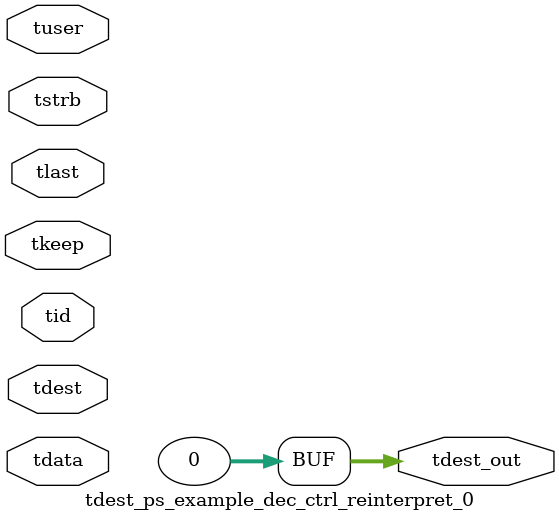
<source format=v>


`timescale 1ps/1ps

module tdest_ps_example_dec_ctrl_reinterpret_0 #
(
parameter C_S_AXIS_TDATA_WIDTH = 32,
parameter C_S_AXIS_TUSER_WIDTH = 0,
parameter C_S_AXIS_TID_WIDTH   = 0,
parameter C_S_AXIS_TDEST_WIDTH = 0,
parameter C_M_AXIS_TDEST_WIDTH = 32
)
(
input  [(C_S_AXIS_TDATA_WIDTH == 0 ? 1 : C_S_AXIS_TDATA_WIDTH)-1:0     ] tdata,
input  [(C_S_AXIS_TUSER_WIDTH == 0 ? 1 : C_S_AXIS_TUSER_WIDTH)-1:0     ] tuser,
input  [(C_S_AXIS_TID_WIDTH   == 0 ? 1 : C_S_AXIS_TID_WIDTH)-1:0       ] tid,
input  [(C_S_AXIS_TDEST_WIDTH == 0 ? 1 : C_S_AXIS_TDEST_WIDTH)-1:0     ] tdest,
input  [(C_S_AXIS_TDATA_WIDTH/8)-1:0 ] tkeep,
input  [(C_S_AXIS_TDATA_WIDTH/8)-1:0 ] tstrb,
input                                                                    tlast,
output [C_M_AXIS_TDEST_WIDTH-1:0] tdest_out
);

assign tdest_out = {1'b0};

endmodule


</source>
